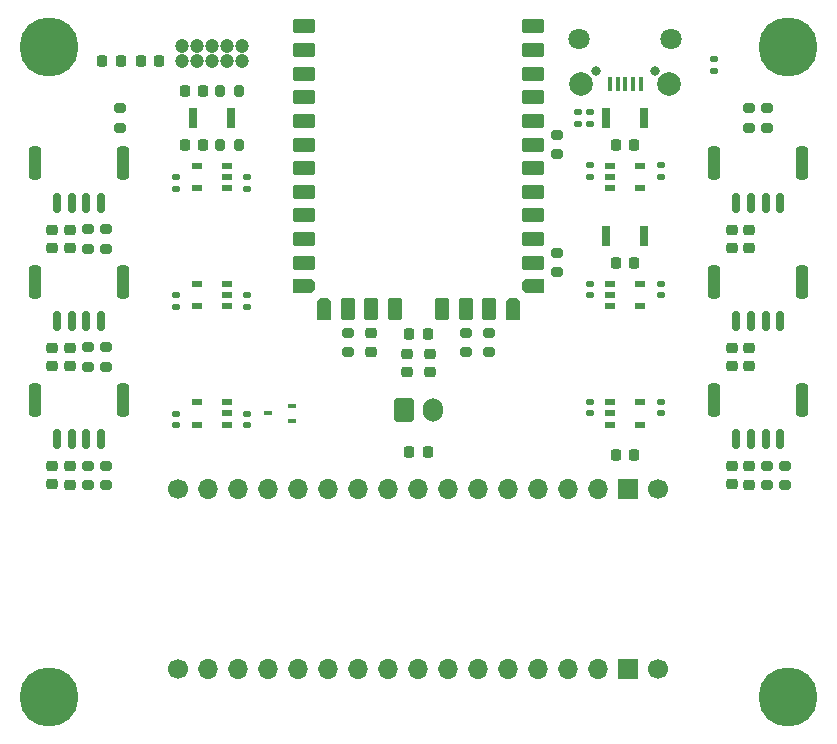
<source format=gbr>
%TF.GenerationSoftware,KiCad,Pcbnew,(6.0.11)*%
%TF.CreationDate,2024-02-14T19:55:53+02:00*%
%TF.ProjectId,AI4EDGE_STM32_v6-rounded,41493445-4447-4455-9f53-544d33325f76,rev?*%
%TF.SameCoordinates,Original*%
%TF.FileFunction,Soldermask,Top*%
%TF.FilePolarity,Negative*%
%FSLAX46Y46*%
G04 Gerber Fmt 4.6, Leading zero omitted, Abs format (unit mm)*
G04 Created by KiCad (PCBNEW (6.0.11)) date 2024-02-14 19:55:53*
%MOMM*%
%LPD*%
G01*
G04 APERTURE LIST*
G04 Aperture macros list*
%AMRoundRect*
0 Rectangle with rounded corners*
0 $1 Rounding radius*
0 $2 $3 $4 $5 $6 $7 $8 $9 X,Y pos of 4 corners*
0 Add a 4 corners polygon primitive as box body*
4,1,4,$2,$3,$4,$5,$6,$7,$8,$9,$2,$3,0*
0 Add four circle primitives for the rounded corners*
1,1,$1+$1,$2,$3*
1,1,$1+$1,$4,$5*
1,1,$1+$1,$6,$7*
1,1,$1+$1,$8,$9*
0 Add four rect primitives between the rounded corners*
20,1,$1+$1,$2,$3,$4,$5,0*
20,1,$1+$1,$4,$5,$6,$7,0*
20,1,$1+$1,$6,$7,$8,$9,0*
20,1,$1+$1,$8,$9,$2,$3,0*%
%AMOutline5P*
0 Free polygon, 5 corners , with rotation*
0 The origin of the aperture is its center*
0 number of corners: always 5*
0 $1 to $10 corner X, Y*
0 $11 Rotation angle, in degrees counterclockwise*
0 create outline with 5 corners*
4,1,5,$1,$2,$3,$4,$5,$6,$7,$8,$9,$10,$1,$2,$11*%
%AMOutline6P*
0 Free polygon, 6 corners , with rotation*
0 The origin of the aperture is its center*
0 number of corners: always 6*
0 $1 to $12 corner X, Y*
0 $13 Rotation angle, in degrees counterclockwise*
0 create outline with 6 corners*
4,1,6,$1,$2,$3,$4,$5,$6,$7,$8,$9,$10,$11,$12,$1,$2,$13*%
%AMOutline7P*
0 Free polygon, 7 corners , with rotation*
0 The origin of the aperture is its center*
0 number of corners: always 7*
0 $1 to $14 corner X, Y*
0 $15 Rotation angle, in degrees counterclockwise*
0 create outline with 7 corners*
4,1,7,$1,$2,$3,$4,$5,$6,$7,$8,$9,$10,$11,$12,$13,$14,$1,$2,$15*%
%AMOutline8P*
0 Free polygon, 8 corners , with rotation*
0 The origin of the aperture is its center*
0 number of corners: always 8*
0 $1 to $16 corner X, Y*
0 $17 Rotation angle, in degrees counterclockwise*
0 create outline with 8 corners*
4,1,8,$1,$2,$3,$4,$5,$6,$7,$8,$9,$10,$11,$12,$13,$14,$15,$16,$1,$2,$17*%
G04 Aperture macros list end*
%ADD10RoundRect,0.140000X-0.170000X0.140000X-0.170000X-0.140000X0.170000X-0.140000X0.170000X0.140000X0*%
%ADD11RoundRect,0.225000X-0.250000X0.225000X-0.250000X-0.225000X0.250000X-0.225000X0.250000X0.225000X0*%
%ADD12C,0.800000*%
%ADD13R,0.450000X1.300000*%
%ADD14C,2.000000*%
%ADD15C,1.800000*%
%ADD16RoundRect,0.140000X0.170000X-0.140000X0.170000X0.140000X-0.170000X0.140000X-0.170000X-0.140000X0*%
%ADD17RoundRect,0.200000X0.275000X-0.200000X0.275000X0.200000X-0.275000X0.200000X-0.275000X-0.200000X0*%
%ADD18RoundRect,0.102000X-0.275000X-0.750000X0.275000X-0.750000X0.275000X0.750000X-0.275000X0.750000X0*%
%ADD19RoundRect,0.218750X-0.256250X0.218750X-0.256250X-0.218750X0.256250X-0.218750X0.256250X0.218750X0*%
%ADD20RoundRect,0.038500X-0.411500X-0.236500X0.411500X-0.236500X0.411500X0.236500X-0.411500X0.236500X0*%
%ADD21C,1.700000*%
%ADD22R,1.700000X1.700000*%
%ADD23O,1.700000X1.700000*%
%ADD24RoundRect,0.225000X0.225000X0.250000X-0.225000X0.250000X-0.225000X-0.250000X0.225000X-0.250000X0*%
%ADD25RoundRect,0.135000X-0.185000X0.135000X-0.185000X-0.135000X0.185000X-0.135000X0.185000X0.135000X0*%
%ADD26RoundRect,0.150000X-0.150000X-0.700000X0.150000X-0.700000X0.150000X0.700000X-0.150000X0.700000X0*%
%ADD27RoundRect,0.250000X-0.250000X-1.150000X0.250000X-1.150000X0.250000X1.150000X-0.250000X1.150000X0*%
%ADD28RoundRect,0.200000X-0.275000X0.200000X-0.275000X-0.200000X0.275000X-0.200000X0.275000X0.200000X0*%
%ADD29RoundRect,0.218750X0.256250X-0.218750X0.256250X0.218750X-0.256250X0.218750X-0.256250X-0.218750X0*%
%ADD30C,5.000000*%
%ADD31RoundRect,0.094488X0.805512X-0.505512X0.805512X0.505512X-0.805512X0.505512X-0.805512X-0.505512X0*%
%ADD32Outline6P,-0.600000X0.900000X0.600000X0.900000X0.600000X-0.600000X0.300000X-0.900000X-0.300000X-0.900000X-0.600000X-0.600000X90.000000*%
%ADD33Outline6P,-0.600000X0.900000X0.600000X0.900000X0.600000X-0.600000X0.300000X-0.900000X-0.300000X-0.900000X-0.600000X-0.600000X180.000000*%
%ADD34RoundRect,0.094488X0.505512X0.805512X-0.505512X0.805512X-0.505512X-0.805512X0.505512X-0.805512X0*%
%ADD35Outline6P,-0.600000X0.900000X0.600000X0.900000X0.600000X-0.600000X0.300000X-0.900000X-0.300000X-0.900000X-0.600000X-0.600000X270.000000*%
%ADD36RoundRect,0.094488X-0.805512X0.505512X-0.805512X-0.505512X0.805512X-0.505512X0.805512X0.505512X0*%
%ADD37RoundRect,0.038500X0.411500X0.236500X-0.411500X0.236500X-0.411500X-0.236500X0.411500X-0.236500X0*%
%ADD38R,0.700000X0.450000*%
%ADD39RoundRect,0.218750X-0.218750X-0.256250X0.218750X-0.256250X0.218750X0.256250X-0.218750X0.256250X0*%
%ADD40C,1.203200*%
%ADD41RoundRect,0.225000X-0.225000X-0.250000X0.225000X-0.250000X0.225000X0.250000X-0.225000X0.250000X0*%
%ADD42RoundRect,0.102000X0.275000X0.750000X-0.275000X0.750000X-0.275000X-0.750000X0.275000X-0.750000X0*%
%ADD43RoundRect,0.200000X0.200000X0.275000X-0.200000X0.275000X-0.200000X-0.275000X0.200000X-0.275000X0*%
%ADD44RoundRect,0.250000X-0.600000X-0.750000X0.600000X-0.750000X0.600000X0.750000X-0.600000X0.750000X0*%
%ADD45O,1.700000X2.000000*%
%ADD46RoundRect,0.218750X0.218750X0.256250X-0.218750X0.256250X-0.218750X-0.256250X0.218750X-0.256250X0*%
G04 APERTURE END LIST*
D10*
%TO.C,C15*%
X104500000Y-79770000D03*
X104500000Y-80730000D03*
%TD*%
D11*
%TO.C,C24*%
X151500000Y-84225000D03*
X151500000Y-85775000D03*
%TD*%
D12*
%TO.C,J1*%
X140000000Y-70800000D03*
X145000000Y-70800000D03*
D13*
X143800000Y-71900000D03*
X143150000Y-71900000D03*
X142500000Y-71900000D03*
X141850000Y-71900000D03*
X141200000Y-71900000D03*
D14*
X146225000Y-71850000D03*
X138775000Y-71850000D03*
D15*
X146375000Y-68050000D03*
X138625000Y-68050000D03*
%TD*%
D16*
%TO.C,C4*%
X150000000Y-70730000D03*
X150000000Y-69770000D03*
%TD*%
D10*
%TO.C,C9*%
X110500000Y-79770000D03*
X110500000Y-80730000D03*
%TD*%
%TO.C,C17*%
X104500000Y-99790000D03*
X104500000Y-100750000D03*
%TD*%
D17*
%TO.C,R20*%
X129000000Y-94575000D03*
X129000000Y-92925000D03*
%TD*%
D16*
%TO.C,C14*%
X139500000Y-99730000D03*
X139500000Y-98770000D03*
%TD*%
D11*
%TO.C,C26*%
X151500000Y-104225000D03*
X151500000Y-105775000D03*
%TD*%
D16*
%TO.C,C18*%
X145500000Y-79730000D03*
X145500000Y-78770000D03*
%TD*%
D11*
%TO.C,C22*%
X94000000Y-94225000D03*
X94000000Y-95775000D03*
%TD*%
D16*
%TO.C,C13*%
X139500000Y-89730000D03*
X139500000Y-88770000D03*
%TD*%
D18*
%TO.C,SW3*%
X140875000Y-84750000D03*
X144125000Y-84750000D03*
%TD*%
D19*
%TO.C,D4*%
X121000000Y-92962500D03*
X121000000Y-94537500D03*
%TD*%
D20*
%TO.C,U6*%
X141250000Y-98800000D03*
X141250000Y-99750000D03*
X141250000Y-100700000D03*
X143750000Y-100700000D03*
X143750000Y-98800000D03*
%TD*%
D21*
%TO.C,M2*%
X145288000Y-106172000D03*
X145288000Y-121412000D03*
X104648000Y-106172000D03*
X104648000Y-121412000D03*
D22*
X142748000Y-106172000D03*
D23*
X140208000Y-106172000D03*
X137668000Y-106172000D03*
X135128000Y-106172000D03*
X132588000Y-106172000D03*
X130048000Y-106172000D03*
X127508000Y-106172000D03*
X124968000Y-106172000D03*
X122428000Y-106172000D03*
X119888000Y-106172000D03*
X117348000Y-106172000D03*
X114808000Y-106172000D03*
X112268000Y-106172000D03*
X109728000Y-106172000D03*
X107188000Y-106172000D03*
X107188000Y-121412000D03*
X109728000Y-121412000D03*
X112268000Y-121412000D03*
X114808000Y-121412000D03*
X117348000Y-121412000D03*
X119888000Y-121412000D03*
X122428000Y-121412000D03*
X124968000Y-121412000D03*
X127508000Y-121412000D03*
X130048000Y-121412000D03*
X132588000Y-121412000D03*
X135128000Y-121412000D03*
X137668000Y-121412000D03*
X140208000Y-121412000D03*
D22*
X142748000Y-121412000D03*
%TD*%
D24*
%TO.C,C2*%
X143275000Y-103250000D03*
X141725000Y-103250000D03*
%TD*%
D25*
%TO.C,R7*%
X138500000Y-74240000D03*
X138500000Y-75260000D03*
%TD*%
D17*
%TO.C,R4*%
X136750000Y-77825000D03*
X136750000Y-76175000D03*
%TD*%
D16*
%TO.C,C10*%
X110500000Y-90730000D03*
X110500000Y-89770000D03*
%TD*%
D20*
%TO.C,U5*%
X141250000Y-88800000D03*
X141250000Y-89750000D03*
X141250000Y-90700000D03*
X143750000Y-90700000D03*
X143750000Y-88800000D03*
%TD*%
D26*
%TO.C,J6*%
X94375000Y-101950000D03*
X95625000Y-101950000D03*
X96875000Y-101950000D03*
X98125000Y-101950000D03*
D27*
X92525000Y-98600000D03*
X99975000Y-98600000D03*
%TD*%
D11*
%TO.C,C25*%
X151500000Y-94225000D03*
X151500000Y-95775000D03*
%TD*%
D28*
%TO.C,R2*%
X99750000Y-73925000D03*
X99750000Y-75575000D03*
%TD*%
%TO.C,R14*%
X119000000Y-92925000D03*
X119000000Y-94575000D03*
%TD*%
D29*
%TO.C,FB2*%
X126000000Y-96287500D03*
X126000000Y-94712500D03*
%TD*%
D12*
%TO.C,H4*%
X93750000Y-121875000D03*
X95075825Y-125075825D03*
X92424175Y-122424175D03*
X95075825Y-122424175D03*
X91875000Y-123750000D03*
D30*
X93750000Y-123750000D03*
D12*
X95625000Y-123750000D03*
X92424175Y-125075825D03*
X93750000Y-125625000D03*
%TD*%
D31*
%TO.C,M1*%
X115300000Y-67000000D03*
X115300000Y-69000000D03*
X115300000Y-71000000D03*
X115300000Y-73000000D03*
X115300000Y-75000000D03*
X115300000Y-77000000D03*
X115300000Y-79000000D03*
X115300000Y-81000000D03*
X115300000Y-83000000D03*
X115300000Y-85000000D03*
X115300000Y-87000000D03*
D32*
X115300000Y-89000000D03*
D33*
X117000000Y-90900000D03*
D34*
X119000000Y-90900000D03*
X121000000Y-90900000D03*
X123000000Y-90900000D03*
X127000000Y-90900000D03*
X129000000Y-90900000D03*
X131000000Y-90900000D03*
D33*
X133000000Y-90900000D03*
D35*
X134700000Y-89000000D03*
D36*
X134700000Y-87000000D03*
X134700000Y-85000000D03*
X134700000Y-83000000D03*
X134700000Y-81000000D03*
X134700000Y-79000000D03*
X134700000Y-77000000D03*
X134700000Y-75000000D03*
X134700000Y-73000000D03*
X134700000Y-71000000D03*
X134700000Y-69000000D03*
X134700000Y-67000000D03*
%TD*%
D37*
%TO.C,U3*%
X108750000Y-100700000D03*
X108750000Y-99750000D03*
X108750000Y-98800000D03*
X106250000Y-98800000D03*
X106250000Y-100700000D03*
%TD*%
D28*
%TO.C,R11*%
X97000000Y-94175000D03*
X97000000Y-95825000D03*
%TD*%
%TO.C,R12*%
X98500000Y-84175000D03*
X98500000Y-85825000D03*
%TD*%
%TO.C,R9*%
X153000000Y-73925000D03*
X153000000Y-75575000D03*
%TD*%
D26*
%TO.C,J5*%
X94375000Y-91950000D03*
X95625000Y-91950000D03*
X96875000Y-91950000D03*
X98125000Y-91950000D03*
D27*
X99975000Y-88600000D03*
X92525000Y-88600000D03*
%TD*%
D25*
%TO.C,R8*%
X139500000Y-74240000D03*
X139500000Y-75260000D03*
%TD*%
D19*
%TO.C,FB4*%
X95500000Y-94212500D03*
X95500000Y-95787500D03*
%TD*%
D38*
%TO.C,D3*%
X114250000Y-100400000D03*
X114250000Y-99100000D03*
X112250000Y-99750000D03*
%TD*%
D12*
%TO.C,H3*%
X158125000Y-123750000D03*
X157575825Y-125075825D03*
X156250000Y-125625000D03*
X154375000Y-123750000D03*
X156250000Y-121875000D03*
X157575825Y-122424175D03*
D30*
X156250000Y-123750000D03*
D12*
X154924175Y-125075825D03*
X154924175Y-122424175D03*
%TD*%
D19*
%TO.C,FB3*%
X95504000Y-84212500D03*
X95504000Y-85787500D03*
%TD*%
D39*
%TO.C,D2*%
X105212500Y-77000000D03*
X106787500Y-77000000D03*
%TD*%
D11*
%TO.C,C21*%
X94000000Y-84225000D03*
X94000000Y-85775000D03*
%TD*%
D20*
%TO.C,U4*%
X141250000Y-78800000D03*
X141250000Y-79750000D03*
X141250000Y-80700000D03*
X143750000Y-80700000D03*
X143750000Y-78800000D03*
%TD*%
D28*
%TO.C,R10*%
X98500000Y-94175000D03*
X98500000Y-95825000D03*
%TD*%
D11*
%TO.C,C23*%
X94000000Y-104225000D03*
X94000000Y-105775000D03*
%TD*%
D26*
%TO.C,J4*%
X94375000Y-81950000D03*
X95625000Y-81950000D03*
X96875000Y-81950000D03*
X98125000Y-81950000D03*
D27*
X99975000Y-78600000D03*
X92525000Y-78600000D03*
%TD*%
D26*
%TO.C,J7*%
X151875000Y-81950000D03*
X153125000Y-81950000D03*
X154375000Y-81950000D03*
X155625000Y-81950000D03*
D27*
X157475000Y-78600000D03*
X150025000Y-78600000D03*
%TD*%
D28*
%TO.C,R6*%
X136750000Y-86175000D03*
X136750000Y-87825000D03*
%TD*%
D24*
%TO.C,C6*%
X125775000Y-103000000D03*
X124225000Y-103000000D03*
%TD*%
D19*
%TO.C,FB6*%
X153000000Y-84212500D03*
X153000000Y-85787500D03*
%TD*%
D28*
%TO.C,R18*%
X98500000Y-104175000D03*
X98500000Y-105825000D03*
%TD*%
D26*
%TO.C,J9*%
X151875000Y-101950000D03*
X153125000Y-101950000D03*
X154375000Y-101950000D03*
X155625000Y-101950000D03*
D27*
X157475000Y-98600000D03*
X150025000Y-98600000D03*
%TD*%
D28*
%TO.C,R5*%
X154500000Y-73925000D03*
X154500000Y-75575000D03*
%TD*%
D16*
%TO.C,C19*%
X145500000Y-89730000D03*
X145500000Y-88770000D03*
%TD*%
D40*
%TO.C,J2*%
X104960000Y-69885000D03*
X104960000Y-68615000D03*
X106230000Y-69885000D03*
X106230000Y-68615000D03*
X107500000Y-69885000D03*
X107500000Y-68615000D03*
X108770000Y-69885000D03*
X108770000Y-68615000D03*
X110040000Y-69885000D03*
X110040000Y-68615000D03*
%TD*%
D41*
%TO.C,C1*%
X98225000Y-69890000D03*
X99775000Y-69890000D03*
%TD*%
D28*
%TO.C,R13*%
X97000000Y-84175000D03*
X97000000Y-85825000D03*
%TD*%
D17*
%TO.C,R19*%
X131000000Y-94575000D03*
X131000000Y-92925000D03*
%TD*%
D12*
%TO.C,H2*%
X156250000Y-70625000D03*
X157575825Y-70075825D03*
X154924175Y-70075825D03*
X154924175Y-67424175D03*
X156250000Y-66875000D03*
X157575825Y-67424175D03*
X154375000Y-68750000D03*
X158125000Y-68750000D03*
D30*
X156250000Y-68750000D03*
%TD*%
D42*
%TO.C,SW1*%
X109125000Y-74750000D03*
X105875000Y-74750000D03*
%TD*%
D24*
%TO.C,C7*%
X125775000Y-93000000D03*
X124225000Y-93000000D03*
%TD*%
D43*
%TO.C,R3*%
X109825000Y-77000000D03*
X108175000Y-77000000D03*
%TD*%
D16*
%TO.C,C12*%
X139500000Y-79730000D03*
X139500000Y-78770000D03*
%TD*%
D28*
%TO.C,R17*%
X97000000Y-104175000D03*
X97000000Y-105825000D03*
%TD*%
D43*
%TO.C,R1*%
X109825000Y-72500000D03*
X108175000Y-72500000D03*
%TD*%
D18*
%TO.C,SW2*%
X140875000Y-74750000D03*
X144125000Y-74750000D03*
%TD*%
D16*
%TO.C,C20*%
X145500000Y-99730000D03*
X145500000Y-98770000D03*
%TD*%
D37*
%TO.C,U2*%
X108750000Y-90700000D03*
X108750000Y-89750000D03*
X108750000Y-88800000D03*
X106250000Y-88800000D03*
X106250000Y-90700000D03*
%TD*%
D28*
%TO.C,R16*%
X156000000Y-104175000D03*
X156000000Y-105825000D03*
%TD*%
D44*
%TO.C,J3*%
X123750000Y-99450000D03*
D45*
X126250000Y-99450000D03*
%TD*%
D24*
%TO.C,C5*%
X143275000Y-87000000D03*
X141725000Y-87000000D03*
%TD*%
D26*
%TO.C,J8*%
X151875000Y-91950000D03*
X153125000Y-91950000D03*
X154375000Y-91950000D03*
X155625000Y-91950000D03*
D27*
X157475000Y-88600000D03*
X150025000Y-88600000D03*
%TD*%
D39*
%TO.C,D1*%
X105212500Y-72500000D03*
X106787500Y-72500000D03*
%TD*%
D19*
%TO.C,FB8*%
X153000000Y-104212500D03*
X153000000Y-105787500D03*
%TD*%
D37*
%TO.C,U1*%
X108750000Y-80700000D03*
X108750000Y-79750000D03*
X108750000Y-78800000D03*
X106250000Y-78800000D03*
X106250000Y-80700000D03*
%TD*%
D19*
%TO.C,FB7*%
X153000000Y-94212500D03*
X153000000Y-95787500D03*
%TD*%
D10*
%TO.C,C16*%
X104500000Y-89770000D03*
X104500000Y-90730000D03*
%TD*%
%TO.C,C11*%
X110500000Y-99770000D03*
X110500000Y-100730000D03*
%TD*%
D46*
%TO.C,FB1*%
X103037500Y-69890000D03*
X101462500Y-69890000D03*
%TD*%
D24*
%TO.C,C3*%
X143275000Y-77000000D03*
X141725000Y-77000000D03*
%TD*%
D11*
%TO.C,C8*%
X124000000Y-94725000D03*
X124000000Y-96275000D03*
%TD*%
D19*
%TO.C,FB5*%
X95500000Y-104212500D03*
X95500000Y-105787500D03*
%TD*%
D12*
%TO.C,H1*%
X92424175Y-70075825D03*
X92424175Y-67424175D03*
X95075825Y-67424175D03*
X91875000Y-68750000D03*
D30*
X93750000Y-68750000D03*
D12*
X95625000Y-68750000D03*
X93750000Y-70625000D03*
X93750000Y-66875000D03*
X95075825Y-70075825D03*
%TD*%
D28*
%TO.C,R15*%
X154500000Y-104175000D03*
X154500000Y-105825000D03*
%TD*%
M02*

</source>
